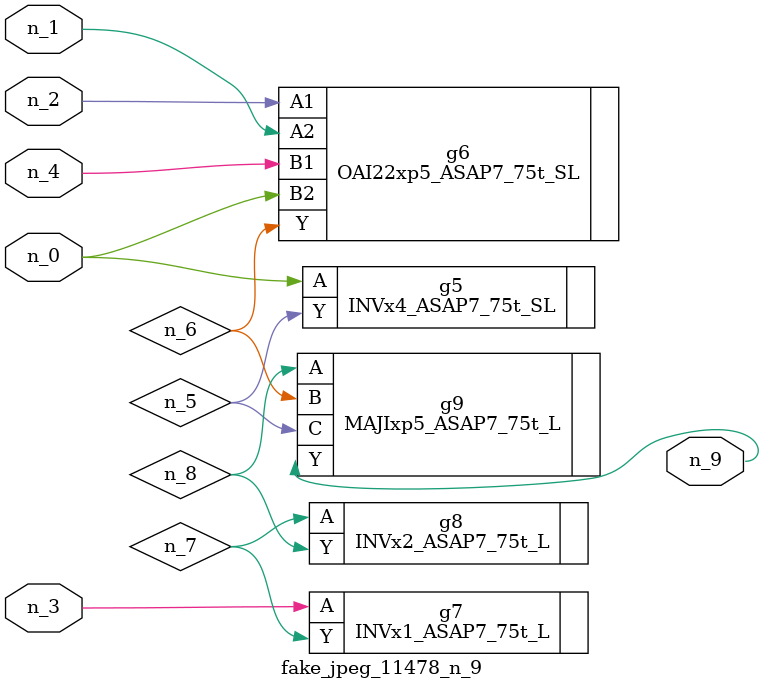
<source format=v>
module fake_jpeg_11478_n_9 (n_3, n_2, n_1, n_0, n_4, n_9);

input n_3;
input n_2;
input n_1;
input n_0;
input n_4;

output n_9;

wire n_8;
wire n_6;
wire n_5;
wire n_7;

INVx4_ASAP7_75t_SL g5 ( 
.A(n_0),
.Y(n_5)
);

OAI22xp5_ASAP7_75t_SL g6 ( 
.A1(n_2),
.A2(n_1),
.B1(n_4),
.B2(n_0),
.Y(n_6)
);

INVx1_ASAP7_75t_L g7 ( 
.A(n_3),
.Y(n_7)
);

INVx2_ASAP7_75t_L g8 ( 
.A(n_7),
.Y(n_8)
);

MAJIxp5_ASAP7_75t_L g9 ( 
.A(n_8),
.B(n_6),
.C(n_5),
.Y(n_9)
);


endmodule
</source>
